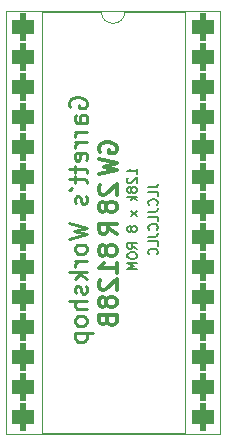
<source format=gbo>
G04 #@! TF.GenerationSoftware,KiCad,Pcbnew,7.0.10*
G04 #@! TF.CreationDate,2024-04-16T17:13:17-04:00*
G04 #@! TF.ProjectId,GW28R8128,47573238-5238-4313-9238-2e6b69636164,B.1.0*
G04 #@! TF.SameCoordinates,Original*
G04 #@! TF.FileFunction,Legend,Bot*
G04 #@! TF.FilePolarity,Positive*
%FSLAX46Y46*%
G04 Gerber Fmt 4.6, Leading zero omitted, Abs format (unit mm)*
G04 Created by KiCad (PCBNEW 7.0.10) date 2024-04-16 17:13:17*
%MOMM*%
%LPD*%
G01*
G04 APERTURE LIST*
G04 Aperture macros list*
%AMRoundRect*
0 Rectangle with rounded corners*
0 $1 Rounding radius*
0 $2 $3 $4 $5 $6 $7 $8 $9 X,Y pos of 4 corners*
0 Add a 4 corners polygon primitive as box body*
4,1,4,$2,$3,$4,$5,$6,$7,$8,$9,$2,$3,0*
0 Add four circle primitives for the rounded corners*
1,1,$1+$1,$2,$3*
1,1,$1+$1,$4,$5*
1,1,$1+$1,$6,$7*
1,1,$1+$1,$8,$9*
0 Add four rect primitives between the rounded corners*
20,1,$1+$1,$2,$3,$4,$5,0*
20,1,$1+$1,$4,$5,$6,$7,0*
20,1,$1+$1,$6,$7,$8,$9,0*
20,1,$1+$1,$8,$9,$2,$3,0*%
G04 Aperture macros list end*
%ADD10C,0.225000*%
%ADD11C,0.300000*%
%ADD12C,0.203200*%
%ADD13C,0.120000*%
%ADD14RoundRect,0.630000X-0.270000X-0.560000X0.270000X-0.560000X0.270000X0.560000X-0.270000X0.560000X0*%
G04 APERTURE END LIST*
D10*
X44592657Y-27076000D02*
X44521228Y-26933143D01*
X44521228Y-26933143D02*
X44521228Y-26718857D01*
X44521228Y-26718857D02*
X44592657Y-26504571D01*
X44592657Y-26504571D02*
X44735514Y-26361714D01*
X44735514Y-26361714D02*
X44878371Y-26290285D01*
X44878371Y-26290285D02*
X45164085Y-26218857D01*
X45164085Y-26218857D02*
X45378371Y-26218857D01*
X45378371Y-26218857D02*
X45664085Y-26290285D01*
X45664085Y-26290285D02*
X45806942Y-26361714D01*
X45806942Y-26361714D02*
X45949800Y-26504571D01*
X45949800Y-26504571D02*
X46021228Y-26718857D01*
X46021228Y-26718857D02*
X46021228Y-26861714D01*
X46021228Y-26861714D02*
X45949800Y-27076000D01*
X45949800Y-27076000D02*
X45878371Y-27147428D01*
X45878371Y-27147428D02*
X45378371Y-27147428D01*
X45378371Y-27147428D02*
X45378371Y-26861714D01*
X46021228Y-28433143D02*
X45235514Y-28433143D01*
X45235514Y-28433143D02*
X45092657Y-28361714D01*
X45092657Y-28361714D02*
X45021228Y-28218857D01*
X45021228Y-28218857D02*
X45021228Y-27933143D01*
X45021228Y-27933143D02*
X45092657Y-27790285D01*
X45949800Y-28433143D02*
X46021228Y-28290285D01*
X46021228Y-28290285D02*
X46021228Y-27933143D01*
X46021228Y-27933143D02*
X45949800Y-27790285D01*
X45949800Y-27790285D02*
X45806942Y-27718857D01*
X45806942Y-27718857D02*
X45664085Y-27718857D01*
X45664085Y-27718857D02*
X45521228Y-27790285D01*
X45521228Y-27790285D02*
X45449800Y-27933143D01*
X45449800Y-27933143D02*
X45449800Y-28290285D01*
X45449800Y-28290285D02*
X45378371Y-28433143D01*
X46021228Y-29147428D02*
X45021228Y-29147428D01*
X45306942Y-29147428D02*
X45164085Y-29218857D01*
X45164085Y-29218857D02*
X45092657Y-29290286D01*
X45092657Y-29290286D02*
X45021228Y-29433143D01*
X45021228Y-29433143D02*
X45021228Y-29576000D01*
X46021228Y-30075999D02*
X45021228Y-30075999D01*
X45306942Y-30075999D02*
X45164085Y-30147428D01*
X45164085Y-30147428D02*
X45092657Y-30218857D01*
X45092657Y-30218857D02*
X45021228Y-30361714D01*
X45021228Y-30361714D02*
X45021228Y-30504571D01*
X45949800Y-31575999D02*
X46021228Y-31433142D01*
X46021228Y-31433142D02*
X46021228Y-31147428D01*
X46021228Y-31147428D02*
X45949800Y-31004570D01*
X45949800Y-31004570D02*
X45806942Y-30933142D01*
X45806942Y-30933142D02*
X45235514Y-30933142D01*
X45235514Y-30933142D02*
X45092657Y-31004570D01*
X45092657Y-31004570D02*
X45021228Y-31147428D01*
X45021228Y-31147428D02*
X45021228Y-31433142D01*
X45021228Y-31433142D02*
X45092657Y-31575999D01*
X45092657Y-31575999D02*
X45235514Y-31647428D01*
X45235514Y-31647428D02*
X45378371Y-31647428D01*
X45378371Y-31647428D02*
X45521228Y-30933142D01*
X45021228Y-32075999D02*
X45021228Y-32647427D01*
X44521228Y-32290284D02*
X45806942Y-32290284D01*
X45806942Y-32290284D02*
X45949800Y-32361713D01*
X45949800Y-32361713D02*
X46021228Y-32504570D01*
X46021228Y-32504570D02*
X46021228Y-32647427D01*
X45021228Y-32933142D02*
X45021228Y-33504570D01*
X44521228Y-33147427D02*
X45806942Y-33147427D01*
X45806942Y-33147427D02*
X45949800Y-33218856D01*
X45949800Y-33218856D02*
X46021228Y-33361713D01*
X46021228Y-33361713D02*
X46021228Y-33504570D01*
X44521228Y-34075999D02*
X44592657Y-34075999D01*
X44592657Y-34075999D02*
X44735514Y-34004570D01*
X44735514Y-34004570D02*
X44806942Y-33933142D01*
X45949800Y-34647428D02*
X46021228Y-34790285D01*
X46021228Y-34790285D02*
X46021228Y-35075999D01*
X46021228Y-35075999D02*
X45949800Y-35218856D01*
X45949800Y-35218856D02*
X45806942Y-35290285D01*
X45806942Y-35290285D02*
X45735514Y-35290285D01*
X45735514Y-35290285D02*
X45592657Y-35218856D01*
X45592657Y-35218856D02*
X45521228Y-35075999D01*
X45521228Y-35075999D02*
X45521228Y-34861714D01*
X45521228Y-34861714D02*
X45449800Y-34718856D01*
X45449800Y-34718856D02*
X45306942Y-34647428D01*
X45306942Y-34647428D02*
X45235514Y-34647428D01*
X45235514Y-34647428D02*
X45092657Y-34718856D01*
X45092657Y-34718856D02*
X45021228Y-34861714D01*
X45021228Y-34861714D02*
X45021228Y-35075999D01*
X45021228Y-35075999D02*
X45092657Y-35218856D01*
X44521228Y-36933142D02*
X46021228Y-37290285D01*
X46021228Y-37290285D02*
X44949800Y-37575999D01*
X44949800Y-37575999D02*
X46021228Y-37861714D01*
X46021228Y-37861714D02*
X44521228Y-38218857D01*
X46021228Y-39004571D02*
X45949800Y-38861714D01*
X45949800Y-38861714D02*
X45878371Y-38790285D01*
X45878371Y-38790285D02*
X45735514Y-38718857D01*
X45735514Y-38718857D02*
X45306942Y-38718857D01*
X45306942Y-38718857D02*
X45164085Y-38790285D01*
X45164085Y-38790285D02*
X45092657Y-38861714D01*
X45092657Y-38861714D02*
X45021228Y-39004571D01*
X45021228Y-39004571D02*
X45021228Y-39218857D01*
X45021228Y-39218857D02*
X45092657Y-39361714D01*
X45092657Y-39361714D02*
X45164085Y-39433143D01*
X45164085Y-39433143D02*
X45306942Y-39504571D01*
X45306942Y-39504571D02*
X45735514Y-39504571D01*
X45735514Y-39504571D02*
X45878371Y-39433143D01*
X45878371Y-39433143D02*
X45949800Y-39361714D01*
X45949800Y-39361714D02*
X46021228Y-39218857D01*
X46021228Y-39218857D02*
X46021228Y-39004571D01*
X46021228Y-40147428D02*
X45021228Y-40147428D01*
X45306942Y-40147428D02*
X45164085Y-40218857D01*
X45164085Y-40218857D02*
X45092657Y-40290286D01*
X45092657Y-40290286D02*
X45021228Y-40433143D01*
X45021228Y-40433143D02*
X45021228Y-40576000D01*
X46021228Y-41075999D02*
X44521228Y-41075999D01*
X45449800Y-41218857D02*
X46021228Y-41647428D01*
X45021228Y-41647428D02*
X45592657Y-41075999D01*
X45949800Y-42218857D02*
X46021228Y-42361714D01*
X46021228Y-42361714D02*
X46021228Y-42647428D01*
X46021228Y-42647428D02*
X45949800Y-42790285D01*
X45949800Y-42790285D02*
X45806942Y-42861714D01*
X45806942Y-42861714D02*
X45735514Y-42861714D01*
X45735514Y-42861714D02*
X45592657Y-42790285D01*
X45592657Y-42790285D02*
X45521228Y-42647428D01*
X45521228Y-42647428D02*
X45521228Y-42433143D01*
X45521228Y-42433143D02*
X45449800Y-42290285D01*
X45449800Y-42290285D02*
X45306942Y-42218857D01*
X45306942Y-42218857D02*
X45235514Y-42218857D01*
X45235514Y-42218857D02*
X45092657Y-42290285D01*
X45092657Y-42290285D02*
X45021228Y-42433143D01*
X45021228Y-42433143D02*
X45021228Y-42647428D01*
X45021228Y-42647428D02*
X45092657Y-42790285D01*
X46021228Y-43504571D02*
X44521228Y-43504571D01*
X46021228Y-44147429D02*
X45235514Y-44147429D01*
X45235514Y-44147429D02*
X45092657Y-44076000D01*
X45092657Y-44076000D02*
X45021228Y-43933143D01*
X45021228Y-43933143D02*
X45021228Y-43718857D01*
X45021228Y-43718857D02*
X45092657Y-43576000D01*
X45092657Y-43576000D02*
X45164085Y-43504571D01*
X46021228Y-45076000D02*
X45949800Y-44933143D01*
X45949800Y-44933143D02*
X45878371Y-44861714D01*
X45878371Y-44861714D02*
X45735514Y-44790286D01*
X45735514Y-44790286D02*
X45306942Y-44790286D01*
X45306942Y-44790286D02*
X45164085Y-44861714D01*
X45164085Y-44861714D02*
X45092657Y-44933143D01*
X45092657Y-44933143D02*
X45021228Y-45076000D01*
X45021228Y-45076000D02*
X45021228Y-45290286D01*
X45021228Y-45290286D02*
X45092657Y-45433143D01*
X45092657Y-45433143D02*
X45164085Y-45504572D01*
X45164085Y-45504572D02*
X45306942Y-45576000D01*
X45306942Y-45576000D02*
X45735514Y-45576000D01*
X45735514Y-45576000D02*
X45878371Y-45504572D01*
X45878371Y-45504572D02*
X45949800Y-45433143D01*
X45949800Y-45433143D02*
X46021228Y-45290286D01*
X46021228Y-45290286D02*
X46021228Y-45076000D01*
X45021228Y-46218857D02*
X46521228Y-46218857D01*
X45092657Y-46218857D02*
X45021228Y-46361715D01*
X45021228Y-46361715D02*
X45021228Y-46647429D01*
X45021228Y-46647429D02*
X45092657Y-46790286D01*
X45092657Y-46790286D02*
X45164085Y-46861715D01*
X45164085Y-46861715D02*
X45306942Y-46933143D01*
X45306942Y-46933143D02*
X45735514Y-46933143D01*
X45735514Y-46933143D02*
X45878371Y-46861715D01*
X45878371Y-46861715D02*
X45949800Y-46790286D01*
X45949800Y-46790286D02*
X46021228Y-46647429D01*
X46021228Y-46647429D02*
X46021228Y-46361715D01*
X46021228Y-46361715D02*
X45949800Y-46218857D01*
D11*
X47117002Y-30897285D02*
X47044431Y-30752143D01*
X47044431Y-30752143D02*
X47044431Y-30534428D01*
X47044431Y-30534428D02*
X47117002Y-30316714D01*
X47117002Y-30316714D02*
X47262145Y-30171571D01*
X47262145Y-30171571D02*
X47407288Y-30099000D01*
X47407288Y-30099000D02*
X47697574Y-30026428D01*
X47697574Y-30026428D02*
X47915288Y-30026428D01*
X47915288Y-30026428D02*
X48205574Y-30099000D01*
X48205574Y-30099000D02*
X48350717Y-30171571D01*
X48350717Y-30171571D02*
X48495860Y-30316714D01*
X48495860Y-30316714D02*
X48568431Y-30534428D01*
X48568431Y-30534428D02*
X48568431Y-30679571D01*
X48568431Y-30679571D02*
X48495860Y-30897285D01*
X48495860Y-30897285D02*
X48423288Y-30969857D01*
X48423288Y-30969857D02*
X47915288Y-30969857D01*
X47915288Y-30969857D02*
X47915288Y-30679571D01*
X47044431Y-31477857D02*
X48568431Y-31840714D01*
X48568431Y-31840714D02*
X47479860Y-32131000D01*
X47479860Y-32131000D02*
X48568431Y-32421285D01*
X48568431Y-32421285D02*
X47044431Y-32784143D01*
X47189574Y-33636856D02*
X47117002Y-33709428D01*
X47117002Y-33709428D02*
X47044431Y-33854571D01*
X47044431Y-33854571D02*
X47044431Y-34217428D01*
X47044431Y-34217428D02*
X47117002Y-34362571D01*
X47117002Y-34362571D02*
X47189574Y-34435142D01*
X47189574Y-34435142D02*
X47334717Y-34507713D01*
X47334717Y-34507713D02*
X47479860Y-34507713D01*
X47479860Y-34507713D02*
X47697574Y-34435142D01*
X47697574Y-34435142D02*
X48568431Y-33564285D01*
X48568431Y-33564285D02*
X48568431Y-34507713D01*
X47697574Y-35378571D02*
X47625002Y-35233428D01*
X47625002Y-35233428D02*
X47552431Y-35160857D01*
X47552431Y-35160857D02*
X47407288Y-35088285D01*
X47407288Y-35088285D02*
X47334717Y-35088285D01*
X47334717Y-35088285D02*
X47189574Y-35160857D01*
X47189574Y-35160857D02*
X47117002Y-35233428D01*
X47117002Y-35233428D02*
X47044431Y-35378571D01*
X47044431Y-35378571D02*
X47044431Y-35668857D01*
X47044431Y-35668857D02*
X47117002Y-35814000D01*
X47117002Y-35814000D02*
X47189574Y-35886571D01*
X47189574Y-35886571D02*
X47334717Y-35959142D01*
X47334717Y-35959142D02*
X47407288Y-35959142D01*
X47407288Y-35959142D02*
X47552431Y-35886571D01*
X47552431Y-35886571D02*
X47625002Y-35814000D01*
X47625002Y-35814000D02*
X47697574Y-35668857D01*
X47697574Y-35668857D02*
X47697574Y-35378571D01*
X47697574Y-35378571D02*
X47770145Y-35233428D01*
X47770145Y-35233428D02*
X47842717Y-35160857D01*
X47842717Y-35160857D02*
X47987860Y-35088285D01*
X47987860Y-35088285D02*
X48278145Y-35088285D01*
X48278145Y-35088285D02*
X48423288Y-35160857D01*
X48423288Y-35160857D02*
X48495860Y-35233428D01*
X48495860Y-35233428D02*
X48568431Y-35378571D01*
X48568431Y-35378571D02*
X48568431Y-35668857D01*
X48568431Y-35668857D02*
X48495860Y-35814000D01*
X48495860Y-35814000D02*
X48423288Y-35886571D01*
X48423288Y-35886571D02*
X48278145Y-35959142D01*
X48278145Y-35959142D02*
X47987860Y-35959142D01*
X47987860Y-35959142D02*
X47842717Y-35886571D01*
X47842717Y-35886571D02*
X47770145Y-35814000D01*
X47770145Y-35814000D02*
X47697574Y-35668857D01*
X48568431Y-37809714D02*
X47842717Y-37301714D01*
X48568431Y-36938857D02*
X47044431Y-36938857D01*
X47044431Y-36938857D02*
X47044431Y-37519428D01*
X47044431Y-37519428D02*
X47117002Y-37664571D01*
X47117002Y-37664571D02*
X47189574Y-37737142D01*
X47189574Y-37737142D02*
X47334717Y-37809714D01*
X47334717Y-37809714D02*
X47552431Y-37809714D01*
X47552431Y-37809714D02*
X47697574Y-37737142D01*
X47697574Y-37737142D02*
X47770145Y-37664571D01*
X47770145Y-37664571D02*
X47842717Y-37519428D01*
X47842717Y-37519428D02*
X47842717Y-36938857D01*
X47697574Y-39079713D02*
X47625002Y-38934570D01*
X47625002Y-38934570D02*
X47552431Y-38861999D01*
X47552431Y-38861999D02*
X47407288Y-38789427D01*
X47407288Y-38789427D02*
X47334717Y-38789427D01*
X47334717Y-38789427D02*
X47189574Y-38861999D01*
X47189574Y-38861999D02*
X47117002Y-38934570D01*
X47117002Y-38934570D02*
X47044431Y-39079713D01*
X47044431Y-39079713D02*
X47044431Y-39369999D01*
X47044431Y-39369999D02*
X47117002Y-39515142D01*
X47117002Y-39515142D02*
X47189574Y-39587713D01*
X47189574Y-39587713D02*
X47334717Y-39660284D01*
X47334717Y-39660284D02*
X47407288Y-39660284D01*
X47407288Y-39660284D02*
X47552431Y-39587713D01*
X47552431Y-39587713D02*
X47625002Y-39515142D01*
X47625002Y-39515142D02*
X47697574Y-39369999D01*
X47697574Y-39369999D02*
X47697574Y-39079713D01*
X47697574Y-39079713D02*
X47770145Y-38934570D01*
X47770145Y-38934570D02*
X47842717Y-38861999D01*
X47842717Y-38861999D02*
X47987860Y-38789427D01*
X47987860Y-38789427D02*
X48278145Y-38789427D01*
X48278145Y-38789427D02*
X48423288Y-38861999D01*
X48423288Y-38861999D02*
X48495860Y-38934570D01*
X48495860Y-38934570D02*
X48568431Y-39079713D01*
X48568431Y-39079713D02*
X48568431Y-39369999D01*
X48568431Y-39369999D02*
X48495860Y-39515142D01*
X48495860Y-39515142D02*
X48423288Y-39587713D01*
X48423288Y-39587713D02*
X48278145Y-39660284D01*
X48278145Y-39660284D02*
X47987860Y-39660284D01*
X47987860Y-39660284D02*
X47842717Y-39587713D01*
X47842717Y-39587713D02*
X47770145Y-39515142D01*
X47770145Y-39515142D02*
X47697574Y-39369999D01*
X48568431Y-41111713D02*
X48568431Y-40240856D01*
X48568431Y-40676285D02*
X47044431Y-40676285D01*
X47044431Y-40676285D02*
X47262145Y-40531142D01*
X47262145Y-40531142D02*
X47407288Y-40385999D01*
X47407288Y-40385999D02*
X47479860Y-40240856D01*
X47189574Y-41692285D02*
X47117002Y-41764857D01*
X47117002Y-41764857D02*
X47044431Y-41910000D01*
X47044431Y-41910000D02*
X47044431Y-42272857D01*
X47044431Y-42272857D02*
X47117002Y-42418000D01*
X47117002Y-42418000D02*
X47189574Y-42490571D01*
X47189574Y-42490571D02*
X47334717Y-42563142D01*
X47334717Y-42563142D02*
X47479860Y-42563142D01*
X47479860Y-42563142D02*
X47697574Y-42490571D01*
X47697574Y-42490571D02*
X48568431Y-41619714D01*
X48568431Y-41619714D02*
X48568431Y-42563142D01*
X47697574Y-43434000D02*
X47625002Y-43288857D01*
X47625002Y-43288857D02*
X47552431Y-43216286D01*
X47552431Y-43216286D02*
X47407288Y-43143714D01*
X47407288Y-43143714D02*
X47334717Y-43143714D01*
X47334717Y-43143714D02*
X47189574Y-43216286D01*
X47189574Y-43216286D02*
X47117002Y-43288857D01*
X47117002Y-43288857D02*
X47044431Y-43434000D01*
X47044431Y-43434000D02*
X47044431Y-43724286D01*
X47044431Y-43724286D02*
X47117002Y-43869429D01*
X47117002Y-43869429D02*
X47189574Y-43942000D01*
X47189574Y-43942000D02*
X47334717Y-44014571D01*
X47334717Y-44014571D02*
X47407288Y-44014571D01*
X47407288Y-44014571D02*
X47552431Y-43942000D01*
X47552431Y-43942000D02*
X47625002Y-43869429D01*
X47625002Y-43869429D02*
X47697574Y-43724286D01*
X47697574Y-43724286D02*
X47697574Y-43434000D01*
X47697574Y-43434000D02*
X47770145Y-43288857D01*
X47770145Y-43288857D02*
X47842717Y-43216286D01*
X47842717Y-43216286D02*
X47987860Y-43143714D01*
X47987860Y-43143714D02*
X48278145Y-43143714D01*
X48278145Y-43143714D02*
X48423288Y-43216286D01*
X48423288Y-43216286D02*
X48495860Y-43288857D01*
X48495860Y-43288857D02*
X48568431Y-43434000D01*
X48568431Y-43434000D02*
X48568431Y-43724286D01*
X48568431Y-43724286D02*
X48495860Y-43869429D01*
X48495860Y-43869429D02*
X48423288Y-43942000D01*
X48423288Y-43942000D02*
X48278145Y-44014571D01*
X48278145Y-44014571D02*
X47987860Y-44014571D01*
X47987860Y-44014571D02*
X47842717Y-43942000D01*
X47842717Y-43942000D02*
X47770145Y-43869429D01*
X47770145Y-43869429D02*
X47697574Y-43724286D01*
X47770145Y-45175715D02*
X47842717Y-45393429D01*
X47842717Y-45393429D02*
X47915288Y-45466000D01*
X47915288Y-45466000D02*
X48060431Y-45538572D01*
X48060431Y-45538572D02*
X48278145Y-45538572D01*
X48278145Y-45538572D02*
X48423288Y-45466000D01*
X48423288Y-45466000D02*
X48495860Y-45393429D01*
X48495860Y-45393429D02*
X48568431Y-45248286D01*
X48568431Y-45248286D02*
X48568431Y-44667715D01*
X48568431Y-44667715D02*
X47044431Y-44667715D01*
X47044431Y-44667715D02*
X47044431Y-45175715D01*
X47044431Y-45175715D02*
X47117002Y-45320858D01*
X47117002Y-45320858D02*
X47189574Y-45393429D01*
X47189574Y-45393429D02*
X47334717Y-45466000D01*
X47334717Y-45466000D02*
X47479860Y-45466000D01*
X47479860Y-45466000D02*
X47625002Y-45393429D01*
X47625002Y-45393429D02*
X47697574Y-45320858D01*
X47697574Y-45320858D02*
X47770145Y-45175715D01*
X47770145Y-45175715D02*
X47770145Y-44667715D01*
D12*
X50276449Y-32763582D02*
X50276449Y-32299125D01*
X50276449Y-32531353D02*
X49463649Y-32531353D01*
X49463649Y-32531353D02*
X49579764Y-32453944D01*
X49579764Y-32453944D02*
X49657173Y-32376534D01*
X49657173Y-32376534D02*
X49695878Y-32299125D01*
X49541059Y-33073220D02*
X49502354Y-33111924D01*
X49502354Y-33111924D02*
X49463649Y-33189334D01*
X49463649Y-33189334D02*
X49463649Y-33382858D01*
X49463649Y-33382858D02*
X49502354Y-33460267D01*
X49502354Y-33460267D02*
X49541059Y-33498972D01*
X49541059Y-33498972D02*
X49618468Y-33537677D01*
X49618468Y-33537677D02*
X49695878Y-33537677D01*
X49695878Y-33537677D02*
X49811992Y-33498972D01*
X49811992Y-33498972D02*
X50276449Y-33034515D01*
X50276449Y-33034515D02*
X50276449Y-33537677D01*
X49811992Y-34002134D02*
X49773287Y-33924724D01*
X49773287Y-33924724D02*
X49734583Y-33886019D01*
X49734583Y-33886019D02*
X49657173Y-33847315D01*
X49657173Y-33847315D02*
X49618468Y-33847315D01*
X49618468Y-33847315D02*
X49541059Y-33886019D01*
X49541059Y-33886019D02*
X49502354Y-33924724D01*
X49502354Y-33924724D02*
X49463649Y-34002134D01*
X49463649Y-34002134D02*
X49463649Y-34156953D01*
X49463649Y-34156953D02*
X49502354Y-34234362D01*
X49502354Y-34234362D02*
X49541059Y-34273067D01*
X49541059Y-34273067D02*
X49618468Y-34311772D01*
X49618468Y-34311772D02*
X49657173Y-34311772D01*
X49657173Y-34311772D02*
X49734583Y-34273067D01*
X49734583Y-34273067D02*
X49773287Y-34234362D01*
X49773287Y-34234362D02*
X49811992Y-34156953D01*
X49811992Y-34156953D02*
X49811992Y-34002134D01*
X49811992Y-34002134D02*
X49850697Y-33924724D01*
X49850697Y-33924724D02*
X49889402Y-33886019D01*
X49889402Y-33886019D02*
X49966811Y-33847315D01*
X49966811Y-33847315D02*
X50121630Y-33847315D01*
X50121630Y-33847315D02*
X50199040Y-33886019D01*
X50199040Y-33886019D02*
X50237745Y-33924724D01*
X50237745Y-33924724D02*
X50276449Y-34002134D01*
X50276449Y-34002134D02*
X50276449Y-34156953D01*
X50276449Y-34156953D02*
X50237745Y-34234362D01*
X50237745Y-34234362D02*
X50199040Y-34273067D01*
X50199040Y-34273067D02*
X50121630Y-34311772D01*
X50121630Y-34311772D02*
X49966811Y-34311772D01*
X49966811Y-34311772D02*
X49889402Y-34273067D01*
X49889402Y-34273067D02*
X49850697Y-34234362D01*
X49850697Y-34234362D02*
X49811992Y-34156953D01*
X50276449Y-34660114D02*
X49463649Y-34660114D01*
X49966811Y-34737524D02*
X50276449Y-34969752D01*
X49734583Y-34969752D02*
X50044221Y-34660114D01*
X50276449Y-35859962D02*
X49734583Y-36285714D01*
X49734583Y-35859962D02*
X50276449Y-36285714D01*
X49811992Y-37330743D02*
X49773287Y-37253333D01*
X49773287Y-37253333D02*
X49734583Y-37214628D01*
X49734583Y-37214628D02*
X49657173Y-37175924D01*
X49657173Y-37175924D02*
X49618468Y-37175924D01*
X49618468Y-37175924D02*
X49541059Y-37214628D01*
X49541059Y-37214628D02*
X49502354Y-37253333D01*
X49502354Y-37253333D02*
X49463649Y-37330743D01*
X49463649Y-37330743D02*
X49463649Y-37485562D01*
X49463649Y-37485562D02*
X49502354Y-37562971D01*
X49502354Y-37562971D02*
X49541059Y-37601676D01*
X49541059Y-37601676D02*
X49618468Y-37640381D01*
X49618468Y-37640381D02*
X49657173Y-37640381D01*
X49657173Y-37640381D02*
X49734583Y-37601676D01*
X49734583Y-37601676D02*
X49773287Y-37562971D01*
X49773287Y-37562971D02*
X49811992Y-37485562D01*
X49811992Y-37485562D02*
X49811992Y-37330743D01*
X49811992Y-37330743D02*
X49850697Y-37253333D01*
X49850697Y-37253333D02*
X49889402Y-37214628D01*
X49889402Y-37214628D02*
X49966811Y-37175924D01*
X49966811Y-37175924D02*
X50121630Y-37175924D01*
X50121630Y-37175924D02*
X50199040Y-37214628D01*
X50199040Y-37214628D02*
X50237745Y-37253333D01*
X50237745Y-37253333D02*
X50276449Y-37330743D01*
X50276449Y-37330743D02*
X50276449Y-37485562D01*
X50276449Y-37485562D02*
X50237745Y-37562971D01*
X50237745Y-37562971D02*
X50199040Y-37601676D01*
X50199040Y-37601676D02*
X50121630Y-37640381D01*
X50121630Y-37640381D02*
X49966811Y-37640381D01*
X49966811Y-37640381D02*
X49889402Y-37601676D01*
X49889402Y-37601676D02*
X49850697Y-37562971D01*
X49850697Y-37562971D02*
X49811992Y-37485562D01*
X50276449Y-39072456D02*
X49889402Y-38801523D01*
X50276449Y-38607999D02*
X49463649Y-38607999D01*
X49463649Y-38607999D02*
X49463649Y-38917637D01*
X49463649Y-38917637D02*
X49502354Y-38995047D01*
X49502354Y-38995047D02*
X49541059Y-39033752D01*
X49541059Y-39033752D02*
X49618468Y-39072456D01*
X49618468Y-39072456D02*
X49734583Y-39072456D01*
X49734583Y-39072456D02*
X49811992Y-39033752D01*
X49811992Y-39033752D02*
X49850697Y-38995047D01*
X49850697Y-38995047D02*
X49889402Y-38917637D01*
X49889402Y-38917637D02*
X49889402Y-38607999D01*
X49463649Y-39575618D02*
X49463649Y-39730437D01*
X49463649Y-39730437D02*
X49502354Y-39807847D01*
X49502354Y-39807847D02*
X49579764Y-39885256D01*
X49579764Y-39885256D02*
X49734583Y-39923961D01*
X49734583Y-39923961D02*
X50005516Y-39923961D01*
X50005516Y-39923961D02*
X50160335Y-39885256D01*
X50160335Y-39885256D02*
X50237745Y-39807847D01*
X50237745Y-39807847D02*
X50276449Y-39730437D01*
X50276449Y-39730437D02*
X50276449Y-39575618D01*
X50276449Y-39575618D02*
X50237745Y-39498209D01*
X50237745Y-39498209D02*
X50160335Y-39420799D01*
X50160335Y-39420799D02*
X50005516Y-39382095D01*
X50005516Y-39382095D02*
X49734583Y-39382095D01*
X49734583Y-39382095D02*
X49579764Y-39420799D01*
X49579764Y-39420799D02*
X49502354Y-39498209D01*
X49502354Y-39498209D02*
X49463649Y-39575618D01*
X50276449Y-40272304D02*
X49463649Y-40272304D01*
X49463649Y-40272304D02*
X50044221Y-40543238D01*
X50044221Y-40543238D02*
X49463649Y-40814171D01*
X49463649Y-40814171D02*
X50276449Y-40814171D01*
X51241649Y-33866667D02*
X51822221Y-33866667D01*
X51822221Y-33866667D02*
X51938335Y-33827962D01*
X51938335Y-33827962D02*
X52015745Y-33750553D01*
X52015745Y-33750553D02*
X52054449Y-33634438D01*
X52054449Y-33634438D02*
X52054449Y-33557029D01*
X52054449Y-34640762D02*
X52054449Y-34253714D01*
X52054449Y-34253714D02*
X51241649Y-34253714D01*
X51977040Y-35376152D02*
X52015745Y-35337448D01*
X52015745Y-35337448D02*
X52054449Y-35221333D01*
X52054449Y-35221333D02*
X52054449Y-35143924D01*
X52054449Y-35143924D02*
X52015745Y-35027810D01*
X52015745Y-35027810D02*
X51938335Y-34950400D01*
X51938335Y-34950400D02*
X51860925Y-34911695D01*
X51860925Y-34911695D02*
X51706106Y-34872991D01*
X51706106Y-34872991D02*
X51589992Y-34872991D01*
X51589992Y-34872991D02*
X51435173Y-34911695D01*
X51435173Y-34911695D02*
X51357764Y-34950400D01*
X51357764Y-34950400D02*
X51280354Y-35027810D01*
X51280354Y-35027810D02*
X51241649Y-35143924D01*
X51241649Y-35143924D02*
X51241649Y-35221333D01*
X51241649Y-35221333D02*
X51280354Y-35337448D01*
X51280354Y-35337448D02*
X51319059Y-35376152D01*
X51241649Y-35956724D02*
X51822221Y-35956724D01*
X51822221Y-35956724D02*
X51938335Y-35918019D01*
X51938335Y-35918019D02*
X52015745Y-35840610D01*
X52015745Y-35840610D02*
X52054449Y-35724495D01*
X52054449Y-35724495D02*
X52054449Y-35647086D01*
X52054449Y-36730819D02*
X52054449Y-36343771D01*
X52054449Y-36343771D02*
X51241649Y-36343771D01*
X51977040Y-37466209D02*
X52015745Y-37427505D01*
X52015745Y-37427505D02*
X52054449Y-37311390D01*
X52054449Y-37311390D02*
X52054449Y-37233981D01*
X52054449Y-37233981D02*
X52015745Y-37117867D01*
X52015745Y-37117867D02*
X51938335Y-37040457D01*
X51938335Y-37040457D02*
X51860925Y-37001752D01*
X51860925Y-37001752D02*
X51706106Y-36963048D01*
X51706106Y-36963048D02*
X51589992Y-36963048D01*
X51589992Y-36963048D02*
X51435173Y-37001752D01*
X51435173Y-37001752D02*
X51357764Y-37040457D01*
X51357764Y-37040457D02*
X51280354Y-37117867D01*
X51280354Y-37117867D02*
X51241649Y-37233981D01*
X51241649Y-37233981D02*
X51241649Y-37311390D01*
X51241649Y-37311390D02*
X51280354Y-37427505D01*
X51280354Y-37427505D02*
X51319059Y-37466209D01*
X51241649Y-38046781D02*
X51822221Y-38046781D01*
X51822221Y-38046781D02*
X51938335Y-38008076D01*
X51938335Y-38008076D02*
X52015745Y-37930667D01*
X52015745Y-37930667D02*
X52054449Y-37814552D01*
X52054449Y-37814552D02*
X52054449Y-37737143D01*
X52054449Y-38820876D02*
X52054449Y-38433828D01*
X52054449Y-38433828D02*
X51241649Y-38433828D01*
X51977040Y-39556266D02*
X52015745Y-39517562D01*
X52015745Y-39517562D02*
X52054449Y-39401447D01*
X52054449Y-39401447D02*
X52054449Y-39324038D01*
X52054449Y-39324038D02*
X52015745Y-39207924D01*
X52015745Y-39207924D02*
X51938335Y-39130514D01*
X51938335Y-39130514D02*
X51860925Y-39091809D01*
X51860925Y-39091809D02*
X51706106Y-39053105D01*
X51706106Y-39053105D02*
X51589992Y-39053105D01*
X51589992Y-39053105D02*
X51435173Y-39091809D01*
X51435173Y-39091809D02*
X51357764Y-39130514D01*
X51357764Y-39130514D02*
X51280354Y-39207924D01*
X51280354Y-39207924D02*
X51241649Y-39324038D01*
X51241649Y-39324038D02*
X51241649Y-39401447D01*
X51241649Y-39401447D02*
X51280354Y-39517562D01*
X51280354Y-39517562D02*
X51319059Y-39556266D01*
D13*
X39200000Y-18930000D02*
X39200000Y-54730000D01*
X39200000Y-54730000D02*
X57320000Y-54730000D01*
X42200000Y-18990000D02*
X42200000Y-54670000D01*
X42200000Y-54670000D02*
X54320000Y-54670000D01*
X47260000Y-18990000D02*
X42200000Y-18990000D01*
X54320000Y-18990000D02*
X49260000Y-18990000D01*
X54320000Y-54670000D02*
X54320000Y-18990000D01*
X57320000Y-18930000D02*
X39200000Y-18930000D01*
X57320000Y-54730000D02*
X57320000Y-18930000D01*
X47260000Y-18990000D02*
G75*
G03*
X49260000Y-18990000I1000000J0D01*
G01*
%LPC*%
D14*
X40640000Y-20320000D03*
X40640000Y-22860000D03*
X40640000Y-25400000D03*
X40640000Y-27940000D03*
X40640000Y-30480000D03*
X40640000Y-33020000D03*
X40640000Y-35560000D03*
X40640000Y-38100000D03*
X40640000Y-40640000D03*
X40640000Y-43180000D03*
X40640000Y-45720000D03*
X40640000Y-48260000D03*
X40640000Y-50800000D03*
X40640000Y-53340000D03*
X55880000Y-53340000D03*
X55880000Y-50800000D03*
X55880000Y-48260000D03*
X55880000Y-45720000D03*
X55880000Y-43180000D03*
X55880000Y-40640000D03*
X55880000Y-38100000D03*
X55880000Y-35560000D03*
X55880000Y-33020000D03*
X55880000Y-30480000D03*
X55880000Y-27940000D03*
X55880000Y-25400000D03*
X55880000Y-22860000D03*
X55880000Y-20320000D03*
%LPD*%
M02*

</source>
